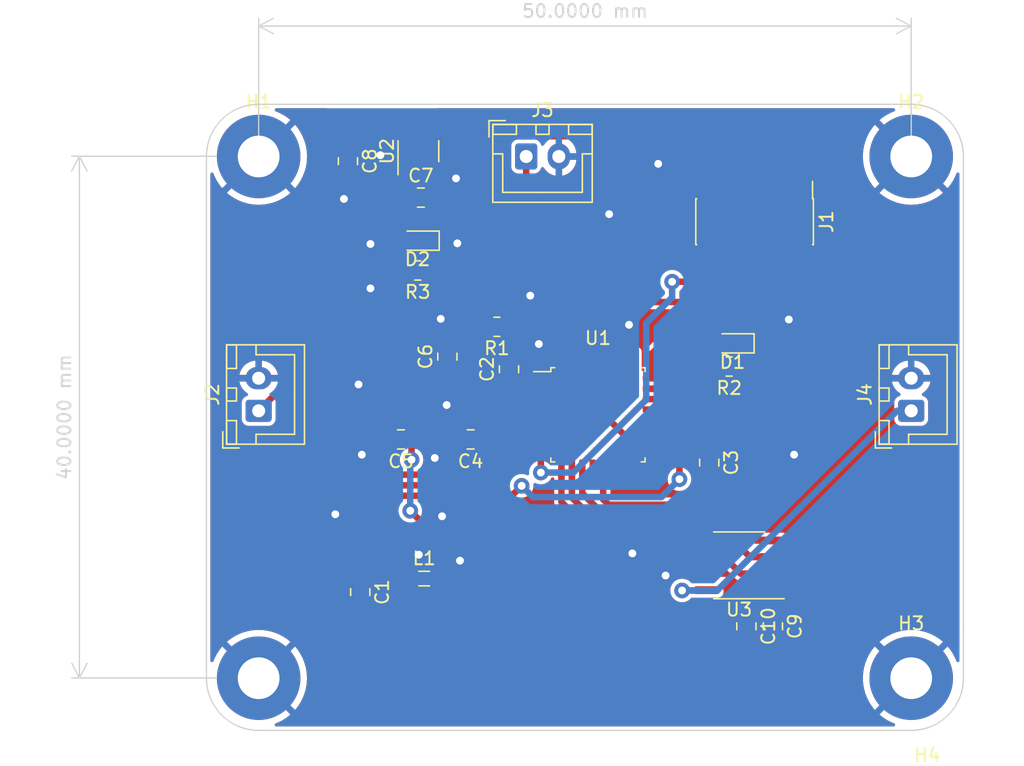
<source format=kicad_pcb>
(kicad_pcb (version 20221018) (generator pcbnew)
  (layers (0 "F.Cu" signal) (31 "B.Cu" signal) (34 "B.Paste" user) (35 "F.Paste" user) (36 "B.SilkS" user "B.Silkscreen") (37 "F.SilkS" user "F.Silkscreen") (38 "B.Mask" user) (39 "F.Mask" user) (44 "Edge.Cuts" user))
  (net 0 "")
  (net 1 "+3.3V")
  (net 2 "GND")
  (net 3 "+3.3VA")
  (net 4 "/NRST")
  (net 5 "+5V")
  (net 6 "Net-(D1-K)")
  (net 7 "/LED_STATUS")
  (net 8 "Net-(D2-K)")
  (net 11 "/SWDIO")
  (net 12 "/SWDCLK")
  (net 16 "/USART2_RX")
  (net 17 "/USART2_TX")
  (net 18 "/ADC_IN1")
  (net 19 "/DAC_OUT")
  (net 20 "Net-(U1-PB9)")
  (net 23 "/DAC_nLDAC")
  (net 24 "/DAC_nCS")
  (net 25 "/SPI1_SCK")
  (net 27 "/SPI1_MOSI")
  (footprint "Package_QFP:LQFP-32_7x7mm_P0.8mm" (layer "F.Cu") (at 136 89.805)
    (fp_text reference "U1" (at 0 -5.88) (layer "F.SilkS"))
    (fp_text value "STM32L021K4Tx")
    (fp_line (start -3.61 -3.61) (end -3.61 -3.31) (stroke (width 0.12)) (layer "F.SilkS"))
    (fp_line (start -3.61 -3.31) (end -4.925 -3.31) (stroke (width 0.12)) (layer "F.SilkS"))
    (fp_line (start -3.61 3.61) (end -3.61 3.31) (stroke (width 0.12)) (layer "F.SilkS"))
    (fp_line (start -3.31 -3.61) (end -3.61 -3.61) (stroke (width 0.12)) (layer "F.SilkS"))
    (fp_line (start -3.31 3.61) (end -3.61 3.61) (stroke (width 0.12)) (layer "F.SilkS"))
    (fp_line (start 3.31 -3.61) (end 3.61 -3.61) (stroke (width 0.12)) (layer "F.SilkS"))
    (fp_line (start 3.31 3.61) (end 3.61 3.61) (stroke (width 0.12)) (layer "F.SilkS"))
    (fp_line (start 3.61 -3.61) (end 3.61 -3.31) (stroke (width 0.12)) (layer "F.SilkS"))
    (fp_line (start 3.61 3.61) (end 3.61 3.31) (stroke (width 0.12)) (layer "F.SilkS"))
    (pad "1" smd roundrect (at -4.175 -2.8) (size 1.5 0.5) (layers "F.Cu" "F.Paste" "F.Mask") (net 1 "+3.3V"))
    (pad "2" smd roundrect (at -4.175 -2) (size 1.5 0.5) (layers "F.Cu" "F.Paste" "F.Mask"))
    (pad "3" smd roundrect (at -4.175 -1.2) (size 1.5 0.5) (layers "F.Cu" "F.Paste" "F.Mask"))
    (pad "4" smd roundrect (at -4.175 -0.4) (size 1.5 0.5) (layers "F.Cu" "F.Paste" "F.Mask") (net 4 "/NRST"))
    (pad "5" smd roundrect (at -4.175 0.4) (size 1.5 0.5) (layers "F.Cu" "F.Paste" "F.Mask") (net 3 "+3.3VA"))
    (pad "6" smd roundrect (at -4.175 1.2) (size 1.5 0.5) (layers "F.Cu" "F.Paste" "F.Mask") (net 16 "/USART2_RX"))
    (pad "7" smd roundrect (at -4.175 2) (size 1.5 0.5) (layers "F.Cu" "F.Paste" "F.Mask") (net 18 "/ADC_IN1"))
    (pad "8" smd roundrect (at -4.175 2.8) (size 1.5 0.5) (layers "F.Cu" "F.Paste" "F.Mask") (net 17 "/USART2_TX"))
    (pad "9" smd roundrect (at -2.8 4.175) (size 0.5 1.5) (layers "F.Cu" "F.Paste" "F.Mask") (net 23 "/DAC_nLDAC"))
    (pad "10" smd roundrect (at -2 4.175) (size 0.5 1.5) (layers "F.Cu" "F.Paste" "F.Mask") (net 24 "/DAC_nCS"))
    (pad "11" smd roundrect (at -1.2 4.175) (size 0.5 1.5) (layers "F.Cu" "F.Paste" "F.Mask") (net 25 "/SPI1_SCK"))
    (pad "12" smd roundrect (at -0.4 4.175) (size 0.5 1.5) (layers "F.Cu" "F.Paste" "F.Mask"))
    (pad "13" smd roundrect (at 0.4 4.175) (size 0.5 1.5) (layers "F.Cu" "F.Paste" "F.Mask") (net 27 "/SPI1_MOSI"))
    (pad "14" smd roundrect (at 1.2 4.175) (size 0.5 1.5) (layers "F.Cu" "F.Paste" "F.Mask"))
    (pad "15" smd roundrect (at 2 4.175) (size 0.5 1.5) (layers "F.Cu" "F.Paste" "F.Mask"))
    (pad "16" smd roundrect (at 2.8 4.175) (size 0.5 1.5) (layers "F.Cu" "F.Paste" "F.Mask") (net 2 "GND"))
    (pad "17" smd roundrect (at 4.175 2.8) (size 1.5 0.5) (layers "F.Cu" "F.Paste" "F.Mask") (net 1 "+3.3V"))
    (pad "18" smd roundrect (at 4.175 2) (size 1.5 0.5) (layers "F.Cu" "F.Paste" "F.Mask") (net 7 "/LED_STATUS"))
    (pad "19" smd roundrect (at 4.175 1.2) (size 1.5 0.5) (layers "F.Cu" "F.Paste" "F.Mask"))
    (pad "20" smd roundrect (at 4.175 0.4) (size 1.5 0.5) (layers "F.Cu" "F.Paste" "F.Mask"))
    (pad "21" smd roundrect (at 4.175 -0.4) (size 1.5 0.5) (layers "F.Cu" "F.Paste" "F.Mask"))
    (pad "22" smd roundrect (at 4.175 -1.2) (size 1.5 0.5) (layers "F.Cu" "F.Paste" "F.Mask"))
    (pad "23" smd roundrect (at 4.175 -2) (size 1.5 0.5) (layers "F.Cu" "F.Paste" "F.Mask") (net 11 "/SWDIO"))
    (pad "24" smd roundrect (at 4.175 -2.8) (size 1.5 0.5) (layers "F.Cu" "F.Paste" "F.Mask") (net 12 "/SWDCLK"))
    (pad "25" smd roundrect (at 2.8 -4.175) (size 0.5 1.5) (layers "F.Cu" "F.Paste" "F.Mask"))
    (pad "26" smd roundrect (at 2 -4.175) (size 0.5 1.5) (layers "F.Cu" "F.Paste" "F.Mask"))
    (pad "27" smd roundrect (at 1.2 -4.175) (size 0.5 1.5) (layers "F.Cu" "F.Paste" "F.Mask"))
    (pad "28" smd roundrect (at 0.4 -4.175) (size 0.5 1.5) (layers "F.Cu" "F.Paste" "F.Mask"))
    (pad "29" smd roundrect (at -0.4 -4.175) (size 0.5 1.5) (layers "F.Cu" "F.Paste" "F.Mask"))
    (pad "30" smd roundrect (at -1.2 -4.175) (size 0.5 1.5) (layers "F.Cu" "F.Paste" "F.Mask"))
    (pad "31" smd roundrect (at -2 -4.175) (size 0.5 1.5) (layers "F.Cu" "F.Paste" "F.Mask") (net 20 "Net-(U1-PB9)"))
    (pad "32" smd roundrect (at -2.8 -4.175) (size 0.5 1.5) (layers "F.Cu" "F.Paste" "F.Mask") (net 2 "GND"))
  )
  (footprint "Capacitor_SMD:C_0805_2012Metric_Pad1.18x1.45mm_HandSolder" (layer "F.Cu") (at 124.46 85.344 90)
    (fp_text reference "C6" (at 0 -1.68 90) (layer "F.SilkS"))
    (fp_text value "100n")
    (fp_line (start -0.261252 -0.735) (end 0.261252 -0.735) (stroke (width 0.12)) (layer "F.SilkS"))
    (fp_line (start -0.261252 0.735) (end 0.261252 0.735) (stroke (width 0.12)) (layer "F.SilkS"))
    (pad "1" smd roundrect (at -1.0375 0 90) (size 1.175 1.45) (layers "F.Cu" "F.Paste" "F.Mask") (roundrect_rratio 0.212766) (net 4 "/NRST"))
    (pad "2" smd roundrect (at 1.0375 0 90) (size 1.175 1.45) (layers "F.Cu" "F.Paste" "F.Mask") (roundrect_rratio 0.212766) (net 2 "GND"))
  )
  (footprint "Capacitor_SMD:C_0805_2012Metric" (layer "F.Cu") (at 122.428 73.152)
    (fp_text reference "C7" (at 0 -1.68) (layer "F.SilkS"))
    (fp_text value "1uF")
    (fp_line (start -0.261252 -0.735) (end 0.261252 -0.735) (stroke (width 0.12)) (layer "F.SilkS"))
    (fp_line (start -0.261252 0.735) (end 0.261252 0.735) (stroke (width 0.12)) (layer "F.SilkS"))
    (pad "1" smd roundrect (at -0.95 0) (size 1 1.45) (layers "F.Cu" "F.Paste" "F.Mask") (net 5 "+5V"))
    (pad "2" smd roundrect (at 0.95 0) (size 1 1.45) (layers "F.Cu" "F.Paste" "F.Mask") (net 2 "GND"))
  )
  (footprint "Capacitor_SMD:C_0805_2012Metric_Pad1.18x1.45mm_HandSolder" (layer "F.Cu") (at 120.904 91.694 180)
    (fp_text reference "C5" (at 0 -1.68) (layer "F.SilkS"))
    (fp_text value "10n")
    (fp_line (start -0.261252 -0.735) (end 0.261252 -0.735) (stroke (width 0.12)) (layer "F.SilkS"))
    (fp_line (start -0.261252 0.735) (end 0.261252 0.735) (stroke (width 0.12)) (layer "F.SilkS"))
    (pad "1" smd roundrect (at -1.0375 0 180) (size 1.175 1.45) (layers "F.Cu" "F.Paste" "F.Mask") (roundrect_rratio 0.212766) (net 3 "+3.3VA"))
    (pad "2" smd roundrect (at 1.0375 0 180) (size 1.175 1.45) (layers "F.Cu" "F.Paste" "F.Mask") (roundrect_rratio 0.212766) (net 2 "GND"))
  )
  (footprint "Capacitor_SMD:C_0805_2012Metric" (layer "F.Cu") (at 147.3708 106.0196 -90)
    (fp_text reference "C10" (at 0 -1.68 -270) (layer "F.SilkS"))
    (fp_text value "10u")
    (fp_line (start -0.261252 -0.735) (end 0.261252 -0.735) (stroke (width 0.12)) (layer "F.SilkS"))
    (fp_line (start -0.261252 0.735) (end 0.261252 0.735) (stroke (width 0.12)) (layer "F.SilkS"))
    (pad "1" smd roundrect (at -0.95 0 270) (size 1 1.45) (layers "F.Cu" "F.Paste" "F.Mask") (net 3 "+3.3VA"))
    (pad "2" smd roundrect (at 0.95 0 270) (size 1 1.45) (layers "F.Cu" "F.Paste" "F.Mask") (net 2 "GND"))
  )
  (footprint "MountingHole:MountingHole_3.2mm_M3_Pad" (layer "F.Cu") (at 160 110)
    (fp_text reference "H3" (at 0 -4.2) (layer "F.SilkS"))
    (fp_text value "MountingHole_Pad" hide)
    (pad "1" thru_hole circle (at 0 0) (size 6.4 6.4) (drill 3.2) (layers "*.Cu" "*.Mask") (net 2 "GND"))
  )
  (footprint "Inductor_SMD:L_0805_2012Metric_Pad1.05x1.20mm_HandSolder" (layer "F.Cu") (at 122.682 102.362)
    (fp_text reference "L1" (at 0 -1.55) (layer "F.SilkS"))
    (fp_text value "39n")
    (fp_line (start -0.410242 -0.56) (end 0.410242 -0.56) (stroke (width 0.12)) (layer "F.SilkS"))
    (fp_line (start -0.410242 0.56) (end 0.410242 0.56) (stroke (width 0.12)) (layer "F.SilkS"))
    (pad "1" smd roundrect (at -1.15 0) (size 1.05 1.2) (layers "F.Cu" "F.Paste" "F.Mask") (roundrect_rratio 0.238095) (net 1 "+3.3V"))
    (pad "2" smd roundrect (at 1.15 0) (size 1.05 1.2) (layers "F.Cu" "F.Paste" "F.Mask") (roundrect_rratio 0.238095) (net 3 "+3.3VA"))
  )
  (footprint "LED_SMD:LED_0603_1608Metric_Pad1.05x0.95mm_HandSolder" (layer "F.Cu") (at 122.174 76.454 180)
    (fp_text reference "D2" (at 0 -1.43) (layer "F.SilkS"))
    (fp_text value "GREEN LED")
    (fp_line (start -1.66 -0.735) (end -1.66 0.735) (stroke (width 0.12)) (layer "F.SilkS"))
    (fp_line (start -1.66 0.735) (end 0.8 0.735) (stroke (width 0.12)) (layer "F.SilkS"))
    (fp_line (start 0.8 -0.735) (end -1.66 -0.735) (stroke (width 0.12)) (layer "F.SilkS"))
    (pad "1" smd roundrect (at -0.875 0 180) (size 1.05 0.95) (layers "F.Cu" "F.Paste" "F.Mask") (net 8 "Net-(D2-K)"))
    (pad "2" smd roundrect (at 0.875 0 180) (size 1.05 0.95) (layers "F.Cu" "F.Paste" "F.Mask") (net 1 "+3.3V"))
  )
  (footprint "Package_TO_SOT_SMD:SOT-23-5" (layer "F.Cu") (at 122.24 69.596 90)
    (fp_text reference "U2" (at 0 -2.4 90) (layer "F.SilkS"))
    (fp_text value "BU33SD5WG-TR")
    (fp_line (start 0 -1.56) (end -1.8 -1.56) (stroke (width 0.12)) (layer "F.SilkS"))
    (fp_line (start 0 -1.56) (end 0.8 -1.56) (stroke (width 0.12)) (layer "F.SilkS"))
    (fp_line (start 0 1.56) (end -0.8 1.56) (stroke (width 0.12)) (layer "F.SilkS"))
    (fp_line (start 0 1.56) (end 0.8 1.56) (stroke (width 0.12)) (layer "F.SilkS"))
    (pad "1" smd roundrect (at -1.1375 -0.95 90) (size 1.325 0.6) (layers "F.Cu" "F.Paste" "F.Mask") (net 5 "+5V"))
    (pad "2" smd roundrect (at -1.1375 0 90) (size 1.325 0.6) (layers "F.Cu" "F.Paste" "F.Mask") (net 2 "GND"))
    (pad "3" smd roundrect (at -1.1375 0.95 90) (size 1.325 0.6) (layers "F.Cu" "F.Paste" "F.Mask") (net 5 "+5V"))
    (pad "4" smd roundrect (at 1.1375 0.95 90) (size 1.325 0.6) (layers "F.Cu" "F.Paste" "F.Mask"))
    (pad "5" smd roundrect (at 1.1375 -0.95 90) (size 1.325 0.6) (layers "F.Cu" "F.Paste" "F.Mask") (net 1 "+3.3V"))
  )
  (footprint "MountingHole:MountingHole_3.2mm_M3_Pad" (layer "F.Cu") (at 110 70)
    (fp_text reference "H1" (at 0 -4.2) (layer "F.SilkS"))
    (fp_text value "MountingHole_Pad")
    (pad "1" thru_hole circle (at 0 0) (size 6.4 6.4) (drill 3.2) (layers "*.Cu" "*.Mask") (net 2 "GND"))
  )
  (footprint "Capacitor_SMD:C_0805_2012Metric_Pad1.18x1.45mm_HandSolder" (layer "F.Cu") (at 129.1844 86.3092 90)
    (fp_text reference "C2" (at 0 -1.68 90) (layer "F.SilkS"))
    (fp_text value "100n")
    (fp_line (start -0.261252 -0.735) (end 0.261252 -0.735) (stroke (width 0.12)) (layer "F.SilkS"))
    (fp_line (start -0.261252 0.735) (end 0.261252 0.735) (stroke (width 0.12)) (layer "F.SilkS"))
    (pad "1" smd roundrect (at -1.0375 0 90) (size 1.175 1.45) (layers "F.Cu" "F.Paste" "F.Mask") (roundrect_rratio 0.212766) (net 1 "+3.3V"))
    (pad "2" smd roundrect (at 1.0375 0 90) (size 1.175 1.45) (layers "F.Cu" "F.Paste" "F.Mask") (roundrect_rratio 0.212766) (net 2 "GND"))
  )
  (footprint "Connector_JST:JST_XH_B2B-XH-A_1x02_P2.50mm_Vertical" (layer "F.Cu") (at 110 89.5 90)
    (fp_text reference "J2" (at 1.25 -3.55 90) (layer "F.SilkS"))
    (fp_text value "Conn_01x02")
    (fp_line (start -2.85 -2.75) (end -2.85 -1.5) (stroke (width 0.12)) (layer "F.SilkS"))
    (fp_line (start -2.56 -2.46) (end -2.56 3.51) (stroke (width 0.12)) (layer "F.SilkS"))
    (fp_line (start -2.56 3.51) (end 5.06 3.51) (stroke (width 0.12)) (layer "F.SilkS"))
    (fp_line (start -2.55 -2.45) (end -2.55 -1.7) (stroke (width 0.12)) (layer "F.SilkS"))
    (fp_line (start -2.55 -1.7) (end -0.75 -1.7) (stroke (width 0.12)) (layer "F.SilkS"))
    (fp_line (start -2.55 -0.2) (end -1.8 -0.2) (stroke (width 0.12)) (layer "F.SilkS"))
    (fp_line (start -1.8 -0.2) (end -1.8 2.75) (stroke (width 0.12)) (layer "F.SilkS"))
    (fp_line (start -1.8 2.75) (end 1.25 2.75) (stroke (width 0.12)) (layer "F.SilkS"))
    (fp_line (start -1.6 -2.75) (end -2.85 -2.75) (stroke (width 0.12)) (layer "F.SilkS"))
    (fp_line (start -0.75 -2.45) (end -2.55 -2.45) (stroke (width 0.12)) (layer "F.SilkS"))
    (fp_line (start -0.75 -1.7) (end -0.75 -2.45) (stroke (width 0.12)) (layer "F.SilkS"))
    (fp_line (start 0.75 -2.45) (end 0.75 -1.7) (stroke (width 0.12)) (layer "F.SilkS"))
    (fp_line (start 0.75 -1.7) (end 1.75 -1.7) (stroke (width 0.12)) (layer "F.SilkS"))
    (fp_line (start 1.75 -2.45) (end 0.75 -2.45) (stroke (width 0.12)) (layer "F.SilkS"))
    (fp_line (start 1.75 -1.7) (end 1.75 -2.45) (stroke (width 0.12)) (layer "F.SilkS"))
    (fp_line (start 3.25 -2.45) (end 3.25 -1.7) (stroke (width 0.12)) (layer "F.SilkS"))
    (fp_line (start 3.25 -1.7) (end 5.05 -1.7) (stroke (width 0.12)) (layer "F.SilkS"))
    (fp_line (start 4.3 -0.2) (end 4.3 2.75) (stroke (width 0.12)) (layer "F.SilkS"))
    (fp_line (start 4.3 2.75) (end 1.25 2.75) (stroke (width 0.12)) (layer "F.SilkS"))
    (fp_line (start 5.05 -2.45) (end 3.25 -2.45) (stroke (width 0.12)) (layer "F.SilkS"))
    (fp_line (start 5.05 -1.7) (end 5.05 -2.45) (stroke (width 0.12)) (layer "F.SilkS"))
    (fp_line (start 5.05 -0.2) (end 4.3 -0.2) (stroke (width 0.12)) (layer "F.SilkS"))
    (fp_line (start 5.06 -2.46) (end -2.56 -2.46) (stroke (width 0.12)) (layer "F.SilkS"))
    (fp_line (start 5.06 3.51) (end 5.06 -2.46) (stroke (width 0.12)) (layer "F.SilkS"))
    (pad "1" thru_hole roundrect (at 0 0 90) (size 1.7 2) (drill 1) (layers "*.Cu" "*.Mask") (roundrect_rratio 0.147059) (net 5 "+5V"))
    (pad "2" thru_hole oval (at 2.5 0 90) (size 1.7 2) (drill 1) (layers "*.Cu" "*.Mask") (net 2 "GND"))
  )
  (footprint "Capacitor_SMD:C_0805_2012Metric_Pad1.18x1.45mm_HandSolder" (layer "F.Cu") (at 126.238 91.694 180)
    (fp_text reference "C4" (at 0 -1.68) (layer "F.SilkS"))
    (fp_text value "1u")
    (fp_line (start -0.261252 -0.735) (end 0.261252 -0.735) (stroke (width 0.12)) (layer "F.SilkS"))
    (fp_line (start -0.261252 0.735) (end 0.261252 0.735) (stroke (width 0.12)) (layer "F.SilkS"))
    (pad "1" smd roundrect (at -1.0375 0 180) (size 1.175 1.45) (layers "F.Cu" "F.Paste" "F.Mask") (roundrect_rratio 0.212766) (net 3 "+3.3VA"))
    (pad "2" smd roundrect (at 1.0375 0 180) (size 1.175 1.45) (layers "F.Cu" "F.Paste" "F.Mask") (roundrect_rratio 0.212766) (net 2 "GND"))
  )
  (footprint "Resistor_SMD:R_0805_2012Metric_Pad1.20x1.40mm_HandSolder" (layer "F.Cu") (at 146.05 86.106 180)
    (fp_text reference "R2" (at 0 -1.65) (layer "F.SilkS"))
    (fp_text value "1k")
    (fp_line (start -0.227064 -0.735) (end 0.227064 -0.735) (stroke (width 0.12)) (layer "F.SilkS"))
    (fp_line (start -0.227064 0.735) (end 0.227064 0.735) (stroke (width 0.12)) (layer "F.SilkS"))
    (pad "1" smd roundrect (at -1 0 180) (size 1.2 1.4) (layers "F.Cu" "F.Paste" "F.Mask") (roundrect_rratio 0.208333) (net 6 "Net-(D1-K)"))
    (pad "2" smd roundrect (at 1 0 180) (size 1.2 1.4) (layers "F.Cu" "F.Paste" "F.Mask") (roundrect_rratio 0.208333) (net 2 "GND"))
  )
  (footprint "Package_SO:SOIC-8_3.9x4.9mm_P1.27mm" (layer "F.Cu") (at 146.812 101.346 180)
    (fp_text reference "U3" (at 0 -3.4) (layer "F.SilkS"))
    (fp_text value "MCP4801")
    (fp_line (start 0 -2.56) (end -3.45 -2.56) (stroke (width 0.12)) (layer "F.SilkS"))
    (fp_line (start 0 -2.56) (end 1.95 -2.56) (stroke (width 0.12)) (layer "F.SilkS"))
    (fp_line (start 0 2.56) (end -1.95 2.56) (stroke (width 0.12)) (layer "F.SilkS"))
    (fp_line (start 0 2.56) (end 1.95 2.56) (stroke (width 0.12)) (layer "F.SilkS"))
    (pad "1" smd roundrect (at -2.475 -1.905 180) (size 1.95 0.6) (layers "F.Cu" "F.Paste" "F.Mask") (net 3 "+3.3VA"))
    (pad "2" smd roundrect (at -2.475 -0.635 180) (size 1.95 0.6) (layers "F.Cu" "F.Paste" "F.Mask") (net 24 "/DAC_nCS"))
    (pad "3" smd roundrect (at -2.475 0.635 180) (size 1.95 0.6) (layers "F.Cu" "F.Paste" "F.Mask") (net 25 "/SPI1_SCK"))
    (pad "4" smd roundrect (at -2.475 1.905 180) (size 1.95 0.6) (layers "F.Cu" "F.Paste" "F.Mask") (net 27 "/SPI1_MOSI"))
    (pad "5" smd roundrect (at 2.475 1.905 180) (size 1.95 0.6) (layers "F.Cu" "F.Paste" "F.Mask") (net 23 "/DAC_nLDAC"))
    (pad "6" smd roundrect (at 2.475 0.635 180) (size 1.95 0.6) (layers "F.Cu" "F.Paste" "F.Mask") (net 3 "+3.3VA"))
    (pad "7" smd roundrect (at 2.475 -0.635 180) (size 1.95 0.6) (layers "F.Cu" "F.Paste" "F.Mask") (net 2 "GND"))
    (pad "8" smd roundrect (at 2.475 -1.905 180) (size 1.95 0.6) (layers "F.Cu" "F.Paste" "F.Mask") (net 19 "/DAC_OUT"))
  )
  (footprint "MountingHole:MountingHole_3.2mm_M3_Pad" (layer "F.Cu") (at 110 110)
    (fp_text reference "H4" (at 51.225 5.9) (layer "F.SilkS"))
    (fp_text value "MountingHole_Pad")
    (pad "1" thru_hole circle (at 0 0) (size 6.4 6.4) (drill 3.2) (layers "*.Cu" "*.Mask") (net 2 "GND"))
  )
  (footprint "LED_SMD:LED_0603_1608Metric_Pad1.05x0.95mm_HandSolder" (layer "F.Cu") (at 146.304 84.328 180)
    (fp_text reference "D1" (at 0 -1.43) (layer "F.SilkS"))
    (fp_text value "LED_Small")
    (fp_line (start -1.66 -0.735) (end -1.66 0.735) (stroke (width 0.12)) (layer "F.SilkS"))
    (fp_line (start -1.66 0.735) (end 0.8 0.735) (stroke (width 0.12)) (layer "F.SilkS"))
    (fp_line (start 0.8 -0.735) (end -1.66 -0.735) (stroke (width 0.12)) (layer "F.SilkS"))
    (pad "1" smd roundrect (at -0.875 0 180) (size 1.05 0.95) (layers "F.Cu" "F.Paste" "F.Mask") (net 6 "Net-(D1-K)"))
    (pad "2" smd roundrect (at 0.875 0 180) (size 1.05 0.95) (layers "F.Cu" "F.Paste" "F.Mask") (net 7 "/LED_STATUS"))
  )
  (footprint "MountingHole:MountingHole_3.2mm_M3_Pad" (layer "F.Cu") (at 160 70)
    (fp_text reference "H2" (at 0 -4.2) (layer "F.SilkS"))
    (fp_text value "MountingHole_Pad")
    (pad "1" thru_hole circle (at 0 0) (size 6.4 6.4) (drill 3.2) (layers "*.Cu" "*.Mask") (net 2 "GND"))
  )
  (footprint "Connector_JST:JST_XH_B2B-XH-A_1x02_P2.50mm_Vertical" (layer "F.Cu") (at 130.5 70)
    (fp_text reference "J3" (at 1.25 -3.55) (layer "F.SilkS"))
    (fp_text value "Conn_01x02")
    (fp_line (start -2.85 -2.75) (end -2.85 -1.5) (stroke (width 0.12)) (layer "F.SilkS"))
    (fp_line (start -2.56 -2.46) (end -2.56 3.51) (stroke (width 0.12)) (layer "F.SilkS"))
    (fp_line (start -2.56 3.51) (end 5.06 3.51) (stroke (width 0.12)) (layer "F.SilkS"))
    (fp_line (start -2.55 -2.45) (end -2.55 -1.7) (stroke (width 0.12)) (layer "F.SilkS"))
    (fp_line (start -2.55 -1.7) (end -0.75 -1.7) (stroke (width 0.12)) (layer "F.SilkS"))
    (fp_line (start -2.55 -0.2) (end -1.8 -0.2) (stroke (width 0.12)) (layer "F.SilkS"))
    (fp_line (start -1.8 -0.2) (end -1.8 2.75) (stroke (width 0.12)) (layer "F.SilkS"))
    (fp_line (start -1.8 2.75) (end 1.25 2.75) (stroke (width 0.12)) (layer "F.SilkS"))
    (fp_line (start -1.6 -2.75) (end -2.85 -2.75) (stroke (width 0.12)) (layer "F.SilkS"))
    (fp_line (start -0.75 -2.45) (end -2.55 -2.45) (stroke (width 0.12)) (layer "F.SilkS"))
    (fp_line (start -0.75 -1.7) (end -0.75 -2.45) (stroke (width 0.12)) (layer "F.SilkS"))
    (fp_line (start 0.75 -2.45) (end 0.75 -1.7) (stroke (width 0.12)) (layer "F.SilkS"))
    (fp_line (start 0.75 -1.7) (end 1.75 -1.7) (stroke (width 0.12)) (layer "F.SilkS"))
    (fp_line (start 1.75 -2.45) (end 0.75 -2.45) (stroke (width 0.12)) (layer "F.SilkS"))
    (fp_line (start 1.75 -1.7) (end 1.75 -2.45) (stroke (width 0.12)) (layer "F.SilkS"))
    (fp_line (start 3.25 -2.45) (end 3.25 -1.7) (stroke (width 0.12)) (layer "F.SilkS"))
    (fp_line (start 3.25 -1.7) (end 5.05 -1.7) (stroke (width 0.12)) (layer "F.SilkS"))
    (fp_line (start 4.3 -0.2) (end 4.3 2.75) (stroke (width 0.12)) (layer "F.SilkS"))
    (fp_line (start 4.3 2.75) (end 1.25 2.75) (stroke (width 0.12)) (layer "F.SilkS"))
    (fp_line (start 5.05 -2.45) (end 3.25 -2.45) (stroke (width 0.12)) (layer "F.SilkS"))
    (fp_line (start 5.05 -1.7) (end 5.05 -2.45) (stroke (width 0.12)) (layer "F.SilkS"))
    (fp_line (start 5.05 -0.2) (end 4.3 -0.2) (stroke (width 0.12)) (layer "F.SilkS"))
    (fp_line (start 5.06 -2.46) (end -2.56 -2.46) (stroke (width 0.12)) (layer "F.SilkS"))
    (fp_line (start 5.06 3.51) (end 5.06 -2.46) (stroke (width 0.12)) (layer "F.SilkS"))
    (pad "1" thru_hole roundrect (at 0 0) (size 1.7 2) (drill 1) (layers "*.Cu" "*.Mask") (roundrect_rratio 0.147059) (net 18 "/ADC_IN1"))
    (pad "2" thru_hole oval (at 2.5 0) (size 1.7 2) (drill 1) (layers "*.Cu" "*.Mask") (net 2 "GND"))
  )
  (footprint "Capacitor_SMD:C_0805_2012Metric_Pad1.18x1.45mm_HandSolder" (layer "F.Cu") (at 117.784 103.3995 -90)
    (fp_text reference "C1" (at 0 -1.68 90) (layer "F.SilkS"))
    (fp_text value "4u7")
    (fp_line (start -0.261252 -0.735) (end 0.261252 -0.735) (stroke (width 0.12)) (layer "F.SilkS"))
    (fp_line (start -0.261252 0.735) (end 0.261252 0.735) (stroke (width 0.12)) (layer "F.SilkS"))
    (pad "1" smd roundrect (at -1.0375 0 270) (size 1.175 1.45) (layers "F.Cu" "F.Paste" "F.Mask") (roundrect_rratio 0.212766) (net 1 "+3.3V"))
    (pad "2" smd roundrect (at 1.0375 0 270) (size 1.175 1.45) (layers "F.Cu" "F.Paste" "F.Mask") (roundrect_rratio 0.212766) (net 2 "GND"))
  )
  (footprint "Connector_PinHeader_1.27mm:PinHeader_2x07_P1.27mm_Vertical_SMD" (layer "F.Cu") (at 148 75 -90)
    (fp_text reference "J1" (at 0 -5.505 -90) (layer "F.SilkS"))
    (fp_text value "Conn_02x07_Odd_Even")
    (fp_line (start -3.09 -4.44) (end -1.765 -4.44) (stroke (width 0.12)) (layer "F.SilkS"))
    (fp_line (start -1.765 -4.505) (end -1.765 -4.44) (stroke (width 0.12)) (layer "F.SilkS"))
    (fp_line (start -1.765 -4.505) (end 1.765 -4.505) (stroke (width 0.12)) (layer "F.SilkS"))
    (fp_line (start -1.765 4.44) (end -1.765 4.505) (stroke (width 0.12)) (layer "F.SilkS"))
    (fp_line (start -1.765 4.505) (end 1.765 4.505) (stroke (width 0.12)) (layer "F.SilkS"))
    (fp_line (start 1.765 -4.505) (end 1.765 -4.44) (stroke (width 0.12)) (layer "F.SilkS"))
    (fp_line (start 1.765 4.44) (end 1.765 4.505) (stroke (width 0.12)) (layer "F.SilkS"))
    (pad "1" smd rect (at -1.95 -3.81 270) (size 2.4 0.74) (layers "F.Cu" "F.Paste" "F.Mask"))
    (pad "2" smd rect (at 1.95 -3.81 270) (size 2.4 0.74) (layers "F.Cu" "F.Paste" "F.Mask"))
    (pad "3" smd rect (at -1.95 -2.54 270) (size 2.4 0.74) (layers "F.Cu" "F.Paste" "F.Mask") (net 1 "+3.3V"))
    (pad "4" smd rect (at 1.95 -2.54 270) (size 2.4 0.74) (layers "F.Cu" "F.Paste" "F.Mask") (net 11 "/SWDIO"))
    (pad "5" smd rect (at -1.95 -1.27 270) (size 2.4 0.74) (layers "F.Cu" "F.Paste" "F.Mask") (net 2 "GND"))
    (pad "6" smd rect (at 1.95 -1.27 270) (size 2.4 0.74) (layers "F.Cu" "F.Paste" "F.Mask") (net 12 "/SWDCLK"))
    (pad "7" smd rect (at -1.95 0 270) (size 2.4 0.74) (layers "F.Cu" "F.Paste" "F.Mask") (net 2 "GND"))
    (pad "8" smd rect (at 1.95 0 270) (size 2.4 0.74) (layers "F.Cu" "F.Paste" "F.Mask"))
    (pad "9" smd rect (at -1.95 1.27 270) (size 2.4 0.74) (layers "F.Cu" "F.Paste" "F.Mask"))
    (pad "10" smd rect (at 1.95 1.27 270) (size 2.4 0.74) (layers "F.Cu" "F.Paste" "F.Mask"))
    (pad "11" smd rect (at -1.95 2.54 270) (size 2.4 0.74) (layers "F.Cu" "F.Paste" "F.Mask") (net 2 "GND"))
    (pad "12" smd rect (at 1.95 2.54 270) (size 2.4 0.74) (layers "F.Cu" "F.Paste" "F.Mask") (net 4 "/NRST"))
    (pad "13" smd rect (at -1.95 3.81 270) (size 2.4 0.74) (layers "F.Cu" "F.Paste" "F.Mask") (net 16 "/USART2_RX"))
    (pad "14" smd rect (at 1.95 3.81 270) (size 2.4 0.74) (layers "F.Cu" "F.Paste" "F.Mask") (net 17 "/USART2_TX"))
  )
  (footprint "Capacitor_SMD:C_0805_2012Metric" (layer "F.Cu") (at 116.84 70.358 -90)
    (fp_text reference "C8" (at 0 -1.68 90) (layer "F.SilkS"))
    (fp_text value "1uF")
    (fp_line (start -0.261252 -0.735) (end 0.261252 -0.735) (stroke (width 0.12)) (layer "F.SilkS"))
    (fp_line (start -0.261252 0.735) (end 0.261252 0.735) (stroke (width 0.12)) (layer "F.SilkS"))
    (pad "1" smd roundrect (at -0.95 0 270) (size 1 1.45) (layers "F.Cu" "F.Paste" "F.Mask") (net 1 "+3.3V"))
    (pad "2" smd roundrect (at 0.95 0 270) (size 1 1.45) (layers "F.Cu" "F.Paste" "F.Mask") (net 2 "GND"))
  )
  (footprint "Connector_JST:JST_XH_B2B-XH-A_1x02_P2.50mm_Vertical" (layer "F.Cu") (at 160 89.5 90)
    (fp_text reference "J4" (at 1.25 -3.55 90) (layer "F.SilkS"))
    (fp_text value "Conn_01x02")
    (fp_line (start -2.85 -2.75) (end -2.85 -1.5) (stroke (width 0.12)) (layer "F.SilkS"))
    (fp_line (start -2.56 -2.46) (end -2.56 3.51) (stroke (width 0.12)) (layer "F.SilkS"))
    (fp_line (start -2.56 3.51) (end 5.06 3.51) (stroke (width 0.12)) (layer "F.SilkS"))
    (fp_line (start -2.55 -2.45) (end -2.55 -1.7) (stroke (width 0.12)) (layer "F.SilkS"))
    (fp_line (start -2.55 -1.7) (end -0.75 -1.7) (stroke (width 0.12)) (layer "F.SilkS"))
    (fp_line (start -2.55 -0.2) (end -1.8 -0.2) (stroke (width 0.12)) (layer "F.SilkS"))
    (fp_line (start -1.8 -0.2) (end -1.8 2.75) (stroke (width 0.12)) (layer "F.SilkS"))
    (fp_line (start -1.8 2.75) (end 1.25 2.75) (stroke (width 0.12)) (layer "F.SilkS"))
    (fp_line (start -1.6 -2.75) (end -2.85 -2.75) (stroke (width 0.12)) (layer "F.SilkS"))
    (fp_line (start -0.75 -2.45) (end -2.55 -2.45) (stroke (width 0.12)) (layer "F.SilkS"))
    (fp_line (start -0.75 -1.7) (end -0.75 -2.45) (stroke (width 0.12)) (layer "F.SilkS"))
    (fp_line (start 0.75 -2.45) (end 0.75 -1.7) (stroke (width 0.12)) (layer "F.SilkS"))
    (fp_line (start 0.75 -1.7) (end 1.75 -1.7) (stroke (width 0.12)) (layer "F.SilkS"))
    (fp_line (start 1.75 -2.45) (end 0.75 -2.45) (stroke (width 0.12)) (layer "F.SilkS"))
    (fp_line (start 1.75 -1.7) (end 1.75 -2.45) (stroke (width 0.12)) (layer "F.SilkS"))
    (fp_line (start 3.25 -2.45) (end 3.25 -1.7) (stroke (width 0.12)) (layer "F.SilkS"))
    (fp_line (start 3.25 -1.7) (end 5.05 -1.7) (stroke (width 0.12)) (layer "F.SilkS"))
    (fp_line (start 4.3 -0.2) (end 4.3 2.75) (stroke (width 0.12)) (layer "F.SilkS"))
    (fp_line (start 4.3 2.75) (end 1.25 2.75) (stroke (width 0.12)) (layer "F.SilkS"))
    (fp_line (start 5.05 -2.45) (end 3.25 -2.45) (stroke (width 0.12)) (layer "F.SilkS"))
    (fp_line (start 5.05 -1.7) (end 5.05 -2.45) (stroke (width 0.12)) (layer "F.SilkS"))
    (fp_line (start 5.05 -0.2) (end 4.3 -0.2) (stroke (width 0.12)) (layer "F.SilkS"))
    (fp_line (start 5.06 -2.46) (end -2.56 -2.46) (stroke (width 0.12)) (layer "F.SilkS"))
    (fp_line (start 5.06 3.51) (end 5.06 -2.46) (stroke (width 0.12)) (layer "F.SilkS"))
    (pad "1" thru_hole roundrect (at 0 0 90) (size 1.7 2) (drill 1) (layers "*.Cu" "*.Mask") (roundrect_rratio 0.147059) (net 19 "/DAC_OUT"))
    (pad "2" thru_hole oval (at 2.5 0 90) (size 1.7 2) (drill 1) (layers "*.Cu" "*.Mask") (net 2 "GND"))
  )
  (footprint "Capacitor_SMD:C_0805_2012Metric_Pad1.18x1.45mm_HandSolder" (layer "F.Cu") (at 149.4028 106.0196 -90)
    (fp_text reference "C9" (at 0 -1.68 -270) (layer "F.SilkS"))
    (fp_text value "100n")
    (fp_line (start -0.261252 -0.735) (end 0.261252 -0.735) (stroke (width 0.12)) (layer "F.SilkS"))
    (fp_line (start -0.261252 0.735) (end 0.261252 0.735) (stroke (width 0.12)) (layer "F.SilkS"))
    (pad "1" smd roundrect (at -1.0375 0 270) (size 1.175 1.45) (layers "F.Cu" "F.Paste" "F.Mask") (roundrect_rratio 0.212766) (net 3 "+3.3VA"))
    (pad "2" smd roundrect (at 1.0375 0 270) (size 1.175 1.45) (layers "F.Cu" "F.Paste" "F.Mask") (roundrect_rratio 0.212766) (net 2 "GND"))
  )
  (footprint "Capacitor_SMD:C_0805_2012Metric_Pad1.18x1.45mm_HandSolder" (layer "F.Cu") (at 144.526 93.472 -90)
    (fp_text reference "C3" (at 0 -1.68 90) (layer "F.SilkS"))
    (fp_text value "100n")
    (fp_line (start -0.261252 -0.735) (end 0.261252 -0.735) (stroke (width 0.12)) (layer "F.SilkS"))
    (fp_line (start -0.261252 0.735) (end 0.261252 0.735) (stroke (width 0.12)) (layer "F.SilkS"))
    (pad "1" smd roundrect (at -1.0375 0 270) (size 1.175 1.45) (layers "F.Cu" "F.Paste" "F.Mask") (roundrect_rratio 0.212766) (net 1 "+3.3V"))
    (pad "2" smd roundrect (at 1.0375 0 270) (size 1.175 1.45) (layers "F.Cu" "F.Paste" "F.Mask") (roundrect_rratio 0.212766) (net 2 "GND"))
  )
  (footprint "Resistor_SMD:R_0805_2012Metric_Pad1.20x1.40mm_HandSolder" (layer "F.Cu") (at 122.19 78.74 180)
    (fp_text reference "R3" (at 0 -1.65) (layer "F.SilkS"))
    (fp_text value "1k")
    (fp_line (start -0.227064 -0.735) (end 0.227064 -0.735) (stroke (width 0.12)) (layer "F.SilkS"))
    (fp_line (start -0.227064 0.735) (end 0.227064 0.735) (stroke (width 0.12)) (layer "F.SilkS"))
    (pad "1" smd roundrect (at -1 0 180) (size 1.2 1.4) (layers "F.Cu" "F.Paste" "F.Mask") (roundrect_rratio 0.208333) (net 8 "Net-(D2-K)"))
    (pad "2" smd roundrect (at 1 0 180) (size 1.2 1.4) (layers "F.Cu" "F.Paste" "F.Mask") (roundrect_rratio 0.208333) (net 2 "GND"))
  )
  (footprint "Resistor_SMD:R_0805_2012Metric_Pad1.20x1.40mm_HandSolder" (layer "F.Cu") (at 128.254 83.058 180)
    (fp_text reference "R1" (at 0 -1.65) (layer "F.SilkS"))
    (fp_text value "100k")
    (fp_line (start -0.227064 -0.735) (end 0.227064 -0.735) (stroke (width 0.12)) (layer "F.SilkS"))
    (fp_line (start -0.227064 0.735) (end 0.227064 0.735) (stroke (width 0.12)) (layer "F.SilkS"))
    (pad "1" smd roundrect (at -1 0 180) (size 1.2 1.4) (layers "F.Cu" "F.Paste" "F.Mask") (roundrect_rratio 0.208333) (net 20 "Net-(U1-PB9)"))
    (pad "2" smd roundrect (at 1 0 180) (size 1.2 1.4) (layers "F.Cu" "F.Paste" "F.Mask") (roundrect_rratio 0.208333) (net 2 "GND"))
  )
  (gr_arc (start 110 114) (mid 107.171573 112.828427) (end 106 110) (stroke (width 0.1)) (layer "Edge.Cuts"))
  (gr_line (start 156 66) (end 114 66) (stroke (width 0.1)) (layer "Edge.Cuts"))
  (gr_arc (start 106 70) (mid 107.171573 67.171573) (end 110 66) (stroke (width 0.1)) (layer "Edge.Cuts"))
  (gr_line (start 106 74) (end 106 70) (stroke (width 0.1)) (layer "Edge.Cuts"))
  (gr_line (start 114 114) (end 156 114) (stroke (width 0.1)) (layer "Edge.Cuts"))
  (gr_line (start 164 106) (end 164 74) (stroke (width 0.1)) (layer "Edge.Cuts"))
  (gr_line (start 160 114) (end 156 114) (stroke (width 0.1)) (layer "Edge.Cuts"))
  (gr_line (start 164 70) (end 164 74) (stroke (width 0.1)) (layer "Edge.Cuts"))
  (gr_line (start 110 66) (end 114 66) (stroke (width 0.1)) (layer "Edge.Cuts"))
  (gr_arc (start 160 66) (mid 162.828427 67.171573) (end 164 70) (stroke (width 0.1)) (layer "Edge.Cuts"))
  (gr_arc (start 164 110) (mid 162.828427 112.828427) (end 160 114) (stroke (width 0.1)) (layer "Edge.Cuts"))
  (gr_line (start 156 66) (end 160 66) (stroke (width 0.1)) (layer "Edge.Cuts"))
  (gr_line (start 114 114) (end 110 114) (stroke (width 0.1)) (layer "Edge.Cuts"))
  (gr_line (start 106 74) (end 106 106) (stroke (width 0.1)) (layer "Edge.Cuts"))
  (gr_line (start 106 110) (end 106 106) (stroke (width 0.1)) (layer "Edge.Cuts"))
  (gr_line (start 164 106) (end 164 110) (stroke (width 0.1)) (layer "Edge.Cuts"))
  (gr_text "TT.BP" (at 131.0132 109.728) (layer "F.Cu") (effects (font (size 1.5 1.5) (thickness 0.3) bold) (justify left bottom)))
  (dimension (type aligned) (layer "Edge.Cuts") (pts (xy 107.266 69.982) (xy 107.266 109.982)) (height 11) (gr_text "40.0000 mm" (at 95.116 89.982 90) (layer "Edge.Cuts") (effects (font (size 1 1) (thickness 0.15)))) (format (prefix "") (suffix "") (units 3) (units_format 1) (precision 4)) (style (thickness 0.1) (arrow_length 1.27) (text_position_mode 0) (extension_height 0.58642) (extension_offset 0.5) keep_text_aligned))
  (dimension (type aligned) (layer "Edge.Cuts") (pts (xy 110 70) (xy 160 70)) (height -10) (gr_text "50.0000 mm" (at 135 58.85) (layer "Edge.Cuts") (effects (font (size 1 1) (thickness 0.15)))) (format (prefix "") (suffix "") (units 3) (units_format 1) (precision 4)) (style (thickness 0.1) (arrow_length 1.27) (text_position_mode 0) (extension_height 0.58642) (extension_offset 0.5) keep_text_aligned))
  (segment (start 121.532 102.362) (end 117.784 102.362) (width 0.5) (layer "F.Cu") (net 1))
  (segment (start 115.786 67.856) (end 118.872 67.856) (width 0.5) (layer "F.Cu") (net 1))
  (segment (start 129.5261 87.005) (end 129.1844 87.3467) (width 0.5) (layer "F.Cu") (net 1))
  (segment (start 131.825 87.005) (end 129.5261 87.005) (width 0.5) (layer "F.Cu") (net 1))
  (segment (start 147.64 68.45) (end 127.49937 68.45) (width 0.5) (layer "F.Cu") (net 1))
  (segment (start 115.90137 74.676) (end 115.1 73.87463) (width 0.5) (layer "F.Cu") (net 1))
  (segment (start 116.586 102.362) (end 117.784 102.362) (width 0.5) (layer "F.Cu") (net 1))
  (segment (start 126.5428 69.40657) (end 126.5428 72.4916) (width 0.5) (layer "F.Cu") (net 1))
  (segment (start 121.224 76.379) (end 121.299 76.454) (width 0.5) (layer "F.Cu") (net 1))
  (segment (start 115.1 73.87463) (end 115.1 68.542) (width 0.5) (layer "F.Cu") (net 1))
  (segment (start 114.549 97.282) (end 114.549 100.325) (width 0.5) (layer "F.Cu") (net 1))
  (segment (start 114.549 86.08237) (end 116.586 84.045371) (width 0.5) (layer "F.Cu") (net 1))
  (segment (start 116.586 84.045371) (end 116.586 76.114702) (width 0.5) (layer "F.Cu") (net 1))
  (segment (start 114.549 100.325) (end 116.586 102.362) (width 0.5) (layer "F.Cu") (net 1))
  (segment (start 124.3584 74.676) (end 121.224 74.676) (width 0.5) (layer "F.Cu") (net 1))
  (segment (start 118.024702 74.676) (end 115.90137 74.676) (width 0.5) (layer "F.Cu") (net 1))
  (segment (start 141.7975 92.4345) (end 141.627 92.605) (width 0.5) (layer "F.Cu") (net 1))
  (segment (start 126.5428 72.4916) (end 124.3584 74.676) (width 0.5) (layer "F.Cu") (net 1))
  (segment (start 142.24 94.742) (end 142.24 93.218) (width 0.5) (layer "F.Cu") (net 1))
  (segment (start 120.6875 67.856) (end 121.29 68.4585) (width 0.5) (layer "F.Cu") (net 1))
  (segment (start 133.666942 87.005) (end 131.825 87.005) (width 0.5) (layer "F.Cu") (net 1))
  (segment (start 118.872 67.856) (end 120.6875 67.856) (width 0.5) (layer "F.Cu") (net 1))
  (segment (start 116.84 69.408) (end 118.392 67.856) (width 0.5) (layer "F.Cu") (net 1))
  (segment (start 139.266942 92.605) (end 133.666942 87.005) (width 0.5) (layer "F.Cu") (net 1))
  (segment (start 130.1496 95.25) (end 129.3876 96.012) (width 0.5) (layer "F.Cu") (net 1))
  (segment (start 115.1 68.542) (end 115.786 67.856) (width 0.5) (layer "F.Cu") (net 1))
  (segment (start 140.175 92.605) (end 139.266942 92.605) (width 0.5) (layer "F.Cu") (net 1))
  (segment (start 127.49937 68.45) (end 126.5428 69.40657) (width 0.5) (layer "F.Cu") (net 1))
  (segment (start 114.549 97.282) (end 114.549 86.08237) (width 0.5) (layer "F.Cu") (net 1))
  (segment (start 118.392 67.856) (end 118.872 67.856) (width 0.5) (layer "F.Cu") (net 1))
  (segment (start 150.54 71.35) (end 147.64 68.45) (width 0.5) (layer "F.Cu") (net 1))
  (segment (start 141.627 92.605) (end 140.175 92.605) (width 0.5) (layer "F.Cu") (net 1))
  (segment (start 121.224 74.676) (end 121.224 76.379) (width 0.5) (layer "F.Cu") (net 1))
  (segment (start 144.526 92.4345) (end 141.7975 92.4345) (width 0.5) (layer "F.Cu") (net 1))
  (segment (start 129.3876 96.012) (end 114.549 96.012) (width 0.5) (layer "F.Cu") (net 1))
  (segment (start 142.24 93.218) (end 141.627 92.605) (width 0.5) (layer "F.Cu") (net 1))
  (segment (start 114.549 96.012) (end 114.549 97.282) (width 0.5) (layer "F.Cu") (net 1))
  (segment (start 150.54 73.05) (end 150.54 71.35) (width 0.5) (layer "F.Cu") (net 1))
  (segment (start 121.224 74.676) (end 118.024702 74.676) (width 0.5) (layer "F.Cu") (net 1))
  (segment (start 116.586 76.114702) (end 118.024702 74.676) (width 0.5) (layer "F.Cu") (net 1))
  (via (at 130.1496 95.25) (size 1.2) (drill 0.6) (layers "F.Cu" "B.Cu") (net 1))
  (via (at 142.24 94.742) (size 1.2) (drill 0.6) (layers "F.Cu" "B.Cu") (net 1))
  (segment (start 130.1496 95.25) (end 131.0132 96.1136) (width 0.5) (layer "B.Cu") (net 1))
  (segment (start 140.8684 96.1136) (end 142.24 94.742) (width 0.5) (layer "B.Cu") (net 1))
  (segment (start 131.0132 96.1136) (end 140.8684 96.1136) (width 0.5) (layer "B.Cu") (net 1))
  (via (at 136.8552 74.422) (size 1.2) (drill 0.6) (layers "F.Cu" "B.Cu") (net 2))
  (via (at 117.9068 92.8624) (size 1.2) (drill 0.6) (layers "F.Cu" "B.Cu") (net 2))
  (via (at 125.1204 71.6788) (size 1.2) (drill 0.6) (layers "F.Cu" "B.Cu") (net 2))
  (via (at 119.3292 69.9008) (size 1.2) (drill 0.6) (layers "F.Cu" "B.Cu") (net 2))
  (via (at 151.0284 92.8624) (size 1.2) (drill 0.6) (layers "F.Cu" "B.Cu") (net 2))
  (via (at 124.4092 89.055) (size 1.2) (drill 0.6) (layers "F.Cu" "B.Cu") (net 2))
  (via (at 123.952 82.4484) (size 1.2) (drill 0.6) (layers "F.Cu" "B.Cu") (net 2))
  (via (at 140.6144 70.5612) (size 1.2) (drill 0.6) (layers "F.Cu" "B.Cu") (net 2))
  (via (at 118.5672 76.708) (size 1.2) (drill 0.6) (layers "F.Cu" "B.Cu") (net 2))
  (via (at 125.222 76.6572) (size 1.2) (drill 0.6) (layers "F.Cu" "B.Cu") (net 2))
  (via (at 116.5352 73.2536) (size 1.2) (drill 0.6) (layers "F.Cu" "B.Cu") (net 2))
  (via (at 122.2756 100.5332) (size 1.2) (drill 0.6) (layers "F.Cu" "B.Cu") (net 2))
  (via (at 130.81 80.6704) (size 1.2) (drill 0.6) (layers "F.Cu" "B.Cu") (net 2))
  (via (at 125.4252 100.9904) (size 1.2) (drill 0.6) (layers "F.Cu" "B.Cu") (net 2))
  (via (at 141.182675 102.129556) (size 1.2) (drill 0.6) (layers "F.Cu" "B.Cu") (net 2))
  (via (at 131.4704 84.3788) (size 1.2) (drill 0.6) (layers "F.Cu" "B.Cu") (net 2))
  (via (at 117.6528 87.4776) (size 1.2) (drill 0.6) (layers "F.Cu" "B.Cu") (net 2))
  (via (at 150.622 82.4992) (size 1.2) (drill 0.6) (layers "F.Cu" "B.Cu") (net 2))
  (via (at 138.3792 82.9056) (size 1.2) (drill 0.6) (layers "F.Cu" "B.Cu") (net 2))
  (via (at 118.5672 80.1116) (size 1.2) (drill 0.6) (layers "F.Cu" "B.Cu") (net 2))
  (via (at 123.4948 93.1164) (size 1.2) (drill 0.6) (layers "F.Cu" "B.Cu") (net 2))
  (via (at 138.6332 100.4316) (size 1.2) (drill 0.6) (layers "F.Cu" "B.Cu") (net 2))
  (via (at 115.8748 97.4344) (size 1.2) (drill 0.6) (layers "F.Cu" "B.Cu") (net 2))
  (via (at 124.0536 97.5868) (size 1.2) (drill 0.6) (layers "F.Cu" "B.Cu") (net 2))
  (segment (start 144.337 100.711) (end 140.8938 100.711) (width 0.5) (layer "F.Cu") (net 3))
  (segment (start 139.954 103.8352) (end 141.1884 105.0696) (width 0.5) (layer "F.Cu") (net 3))
  (segment (start 123.832 102.362) (end 123.832 99.3788) (width 0.5) (layer "F.Cu") (net 3))
  (segment (start 139.954 102.5652) (end 139.954 103.8352) (width 0.5) (layer "F.Cu") (net 3))
  (segment (start 149.4028 104.9821) (end 147.4583 104.9821) (width 0.5) (layer "F.Cu") (net 3))
  (segment (start 123.832 102.362) (end 139.7508 102.362) (width 0.5) (layer "F.Cu") (net 3))
  (segment (start 149.287 103.251) (end 147.8534 103.251) (width 0.5) (layer "F.Cu") (net 3))
  (segment (start 121.7168 91.9187) (end 121.9415 91.694) (width 0.5) (layer "F.Cu") (net 3))
  (segment (start 131.825 90.205) (end 129.8448 90.205) (width 0.5) (layer "F.Cu") (net 3))
  (segment (start 147.3708 103.7336) (end 147.3708 105.0696) (width 0.5) (layer "F.Cu") (net 3))
  (segment (start 129.8448 90.205) (end 123.4305 90.205) (width 0.5) (layer "F.Cu") (net 3))
  (segment (start 123.832 99.3788) (end 121.6152 97.162) (width 0.5) (layer "F.Cu") (net 3))
  (segment (start 121.7168 93.246202) (end 121.7168 91.9187) (width 0.5) (layer "F.Cu") (net 3))
  (segment (start 147.4583 104.9821) (end 147.3708 105.0696) (width 0.5) (layer "F.Cu") (net 3))
  (segment (start 139.954 101.6508) (end 139.954 102.5652) (width 0.5) (layer "F.Cu") (net 3))
  (segment (start 127.2755 91.694) (end 128.3558 91.694) (width 0.5) (layer "F.Cu") (net 3))
  (segment (start 147.8534 103.251) (end 147.3708 103.7336) (width 0.5) (layer "F.Cu") (net 3))
  (segment (start 128.3558 91.694) (end 129.8448 90.205) (width 0.5) (layer "F.Cu") (net 3))
  (segment (start 141.1884 105.0696) (end 147.3708 105.0696) (width 0.5) (layer "F.Cu") (net 3))
  (segment (start 139.7508 102.362) (end 139.954 102.5652) (width 0.5) (layer "F.Cu") (net 3))
  (segment (start 123.4305 90.205) (end 121.9415 91.694) (width 0.5) (layer "F.Cu") (net 3))
  (segment (start 140.8938 100.711) (end 139.954 101.6508) (width 0.5) (layer "F.Cu") (net 3))
  (via (at 121.6152 97.162) (size 1.2) (drill 0.6) (layers "F.Cu" "B.Cu") (net 3))
  (via (at 121.7168 93.246202) (size 1.2) (drill 0.6) (layers "F.Cu" "B.Cu") (net 3))
  (segment (start 121.6152 93.347802) (end 121.7168 93.246202) (width 0.5) (layer "B.Cu") (net 3))
  (segment (start 121.6152 97.162) (end 121.6152 93.347802) (width 0.5) (layer "B.Cu") (net 3))
  (segment (start 126.003101 88.372899) (end 125.984 88.353798) (width 0.5) (layer "F.Cu") (net 4))
  (segment (start 142.95 81.16) (end 145.46 78.65) (width 0.5) (layer "F.Cu") (net 4))
  (segment (start 128.53874 77.94) (end 136.2584 77.94) (width 0.5) (layer "F.Cu") (net 4))
  (segment (start 131.825 89.405) (end 127.035202 89.405) (width 0.5) (layer "F.Cu") (net 4))
  (segment (start 124.46 86.829798) (end 124.46 86.3815) (width 0.5) (layer "F.Cu") (net 4))
  (segment (start 125.984 88.353798) (end 125.984 80.49474) (width 0.5) (layer "F.Cu") (net 4))
  (segment (start 125.984 80.49474) (end 128.53874 77.94) (width 0.5) (layer "F.Cu") (net 4))
  (segment (start 127.035202 89.405) (end 126.003101 88.372899) (width 0.5) (layer "F.Cu") (net 4))
  (segment (start 136.2584 77.94) (end 139.4784 81.16) (width 0.5) (layer "F.Cu") (net 4))
  (segment (start 145.46 78.65) (end 145.46 76.95) (width 0.5) (layer "F.Cu") (net 4))
  (segment (start 139.4784 81.16) (end 142.95 81.16) (width 0.5) (layer "F.Cu") (net 4))
  (segment (start 126.003101 88.372899) (end 124.46 86.829798) (width 0.5) (layer "F.Cu") (net 4))
  (segment (start 121.29 72.964) (end 121.29 70.7335) (width 0.5) (layer "F.Cu") (net 5))
  (segment (start 115.45463 67.056) (end 123.444106 67.056) (width 0.5) (layer "F.Cu") (net 5))
  (segment (start 123.444106 67.056) (end 124.206 67.817894) (width 0.5) (layer "F.Cu") (net 5))
  (segment (start 121.795894 71.946) (end 122.7196 71.946) (width 0.5) (layer "F.Cu") (net 5))
  (segment (start 115.786 83.714) (end 115.786 75.692) (width 0.5) (layer "F.Cu") (net 5))
  (segment (start 121.478 73.152) (end 121.29 72.964) (width 0.5) (layer "F.Cu") (net 5))
  (segment (start 121.29 71.440106) (end 121.795894 71.946) (width 0.5) (layer "F.Cu") (net 5))
  (segment (start 121.29 70.7335) (end 121.29 71.440106) (width 0.5) (layer "F.Cu") (net 5))
  (segment (start 124.206 69.7175) (end 123.19 70.7335) (width 0.5) (layer "F.Cu") (net 5))
  (segment (start 114.3 74.206) (end 114.3 68.21063) (width 0.5) (layer "F.Cu") (net 5))
  (segment (start 110 89.5) (end 115.786 83.714) (width 0.5) (layer "F.Cu") (net 5))
  (segment (start 115.786 75.692) (end 114.3 74.206) (width 0.5) (layer "F.Cu") (net 5))
  (segment (start 123.19 71.4756) (end 123.19 70.7335) (width 0.5) (layer "F.Cu") (net 5))
  (segment (start 124.206 67.817894) (end 124.206 69.7175) (width 0.5) (layer "F.Cu") (net 5))
  (segment (start 122.7196 71.946) (end 123.19 71.4756) (width 0.5) (layer "F.Cu") (net 5))
  (segment (start 114.3 68.21063) (end 115.45463 67.056) (width 0.5) (layer "F.Cu") (net 5))
  (segment (start 147.05 86.106) (end 147.05 84.457) (width 0.5) (layer "F.Cu") (net 6))
  (segment (start 147.05 84.457) (end 147.179 84.328) (width 0.5) (layer "F.Cu") (net 6))
  (segment (start 145.429 84.328) (end 143.3068 84.328) (width 0.5) (layer "F.Cu") (net 7))
  (segment (start 142.275 85.3598) (end 142.275 90.613058) (width 0.5) (layer "F.Cu") (net 7))
  (segment (start 141.083058 91.805) (end 140.175 91.805) (width 0.5) (layer "F.Cu") (net 7))
  (segment (start 142.275 90.613058) (end 141.083058 91.805) (width 0.5) (layer "F.Cu") (net 7))
  (segment (start 143.3068 84.328) (end 142.275 85.3598) (width 0.5) (layer "F.Cu") (net 7))
  (segment (start 123.19 78.74) (end 123.19 76.595) (width 0.5) (layer "F.Cu") (net 8))
  (segment (start 123.19 76.595) (end 123.049 76.454) (width 0.5) (layer "F.Cu") (net 8))
  (segment (start 146.87274 79.5) (end 149.25137 79.5) (width 0.5) (layer "F.Cu") (net 11))
  (segment (start 149.25137 79.5) (end 150.54 78.21137) (width 0.5) (layer "F.Cu") (net 11))
  (segment (start 140.175 87.805) (end 141.083058 87.805) (width 0.5) (layer "F.Cu") (net 11))
  (segment (start 141.475 84.89774) (end 146.87274 79.5) (width 0.5) (layer "F.Cu") (net 11))
  (segment (start 150.54 78.21137) (end 150.54 76.95) (width 0.5) (layer "F.Cu") (net 11))
  (segment (start 141.475 87.413058) (end 141.475 84.89774) (width 0.5) (layer "F.Cu") (net 11))
  (segment (start 141.083058 87.805) (end 141.475 87.413058) (width 0.5) (layer "F.Cu") (net 11))
  (segment (start 148.92 78.7) (end 149.27 78.35) (width 0.5) (layer "F.Cu") (net 12))
  (segment (start 146.54137 78.7) (end 148.92 78.7) (width 0.5) (layer "F.Cu") (net 12))
  (segment (start 149.27 78.35) (end 149.27 76.95) (width 0.5) (layer "F.Cu") (net 12))
  (segment (start 140.175 85.06637) (end 146.54137 78.7) (width 0.5) (layer "F.Cu") (net 12))
  (segment (start 140.175 87.005) (end 140.175 85.06637) (width 0.5) (layer "F.Cu") (net 12))
  (segment (start 130.585572 91.005) (end 131.825 91.005) (width 0.5) (layer "F.Cu") (net 16))
  (segment (start 121.99737 81.064) (end 116.149 86.91237) (width 0.5) (layer "F.Cu") (net 16))
  (segment (start 128.20737 77.14) (end 124.28337 81.064) (width 0.5) (layer "F.Cu") (net 16))
  (segment (start 127.194369 94.396202) (end 130.585572 91.005) (width 0.5) (layer "F.Cu") (net 16))
  (segment (start 116.149 92.91963) (end 117.625572 94.396202) (width 0.5) (layer "F.Cu") (net 16))
  (segment (start 144.19 74.1484) (end 141.1984 77.14) (width 0.5) (layer "F.Cu") (net 16))
  (segment (start 116.149 86.91237) (end 116.149 92.91963) (width 0.5) (layer "F.Cu") (net 16))
  (segment (start 144.19 73.05) (end 144.19 74.1484) (width 0.5) (layer "F.Cu") (net 16))
  (segment (start 117.625572 94.396202) (end 127.194369 94.396202) (width 0.5) (layer "F.Cu") (net 16))
  (segment (start 141.1984 77.14) (end 128.20737 77.14) (width 0.5) (layer "F.Cu") (net 16))
  (segment (start 124.28337 81.064) (end 121.99737 81.064) (width 0.5) (layer "F.Cu") (net 16))
  (segment (start 131.6228 94.234) (end 131.6228 92.8072) (width 0.5) (layer "F.Cu") (net 17))
  (segment (start 131.6228 92.8072) (end 131.825 92.605) (width 0.5) (layer "F.Cu") (net 17))
  (segment (start 142.9512 79.6036) (end 144.19 78.3648) (width 0.5) (layer "F.Cu") (net 17))
  (segment (start 144.19 78.3648) (end 144.19 76.95) (width 0.5) (layer "F.Cu") (net 17))
  (segment (start 141.6812 79.6036) (end 142.9512 79.6036) (width 0.5) (layer "F.Cu") (net 17))
  (via (at 141.6812 79.6036) (size 1.2) (drill 0.6) (layers "F.Cu" "B.Cu") (net 17))
  (via (at 131.6228 94.234) (size 1.2) (drill 0.6) (layers "F.Cu" "B.Cu") (net 17))
  (segment (start 134.112 94.234) (end 139.7 88.646) (width 0.5) (layer "B.Cu") (net 17))
  (segment (start 141.6812 80.802454) (end 141.6812 79.6036) (width 0.5) (layer "B.Cu") (net 17))
  (segment (start 139.7 88.646) (end 139.7 82.783654) (width 0.5) (layer "B.Cu") (net 17))
  (segment (start 131.6228 94.234) (end 134.112 94.234) (width 0.5) (layer "B.Cu") (net 17))
  (segment (start 139.7 82.783654) (end 141.6812 80.802454) (width 0.5) (layer "B.Cu") (net 17))
  (segment (start 115.349 86.581) (end 121.666 80.264) (width 0.5) (layer "F.Cu") (net 18))
  (segment (start 130.525 92.196942) (end 130.525 92.233) (width 0.5) (layer "F.Cu") (net 18))
  (segment (start 131.825 91.805) (end 130.916942 91.805) (width 0.5) (layer "F.Cu") (net 18))
  (segment (start 115.349 93.251) (end 115.349 86.581) (width 0.5) (layer "F.Cu") (net 18))
  (segment (start 130.5 73.716) (end 130.5 70) (width 0.5) (layer "F.Cu") (net 18))
  (segment (start 130.916942 91.805) (end 130.525 92.196942) (width 0.5) (layer "F.Cu") (net 18))
  (segment (start 123.952 80.264) (end 130.5 73.716) (width 0.5) (layer "F.Cu") (net 18))
  (segment (start 130.525 92.233) (end 127.546 95.212) (width 0.5) (layer "F.Cu") (net 18))
  (segment (start 117.31 95.212) (end 115.349 93.251) (width 0.5) (layer "F.Cu") (net 18))
  (segment (start 127.546 95.212) (end 117.31 95.212) (width 0.5) (layer "F.Cu") (net 18))
  (segment (start 121.666 80.264) (end 123.952 80.264) (width 0.5) (layer "F.Cu") (net 18))
  (segment (start 160 89.5) (end 160 89.744) (width 0.5) (layer "F.Cu") (net 19))
  (segment (start 142.4432 103.2764) (end 144.3116 103.2764) (width 0.5) (layer "F.Cu") (net 19))
  (segment (start 144.3116 103.2764) (end 144.337 103.251) (width 0.5) (layer "F.Cu") (net 19))
  (via (at 142.4432 103.2764) (size 1.2) (drill 0.6) (layers "F.Cu" "B.Cu") (net 19))
  (segment (start 158.912 89.5) (end 160 89.5) (width 0.5) (layer "B.Cu") (net 19))
  (segment (start 145.1356 103.2764) (end 158.912 89.5) (width 0.5) (layer "B.Cu") (net 19))
  (segment (start 142.4432 103.2764) (end 145.1356 103.2764) (width 0.5) (layer "B.Cu") (net 19))
  (segment (start 134 83.351654) (end 134 85.63) (width 0.5) (layer "F.Cu") (net 20))
  (segment (start 133.064346 82.416) (end 134 83.351654) (width 0.5) (layer "F.Cu") (net 20))
  (segment (start 129.896 82.416) (end 133.064346 82.416) (width 0.5) (layer "F.Cu") (net 20))
  (segment (start 129.254 83.058) (end 129.896 82.416) (width 0.5) (layer "F.Cu") (net 20))
  (segment (start 141.77 99.098) (end 142.113 99.441) (width 0.5) (layer "F.Cu") (net 23))
  (segment (start 133.2 93.98) (end 133.2 96.485371) (width 0.5) (layer "F.Cu") (net 23))
  (segment (start 142.113 99.441) (end 144.337 99.441) (width 0.5) (layer "F.Cu") (net 23))
  (segment (start 133.2 96.485371) (end 135.81263 99.098) (width 0.5) (layer "F.Cu") (net 23))
  (segment (start 135.81263 99.098) (end 141.77 99.098) (width 0.5) (layer "F.Cu") (net 23))
  (segment (start 146.939 101.981) (end 146.1008 101.1428) (width 0.5) (layer "F.Cu") (net 24))
  (segment (start 145.542 98.298) (end 136.144 98.298) (width 0.5) (layer "F.Cu") (net 24))
  (segment (start 136.144 98.298) (end 134 96.154) (width 0.5) (layer "F.Cu") (net 24))
  (segment (start 146.1008 98.8568) (end 145.542 98.298) (width 0.5) (layer "F.Cu") (net 24))
  (segment (start 146.1008 101.1428) (end 146.1008 98.8568) (width 0.5) (layer "F.Cu") (net 24))
  (segment (start 149.287 101.981) (end 146.939 101.981) (width 0.5) (layer "F.Cu") (net 24))
  (segment (start 134 96.154) (end 134 93.98) (width 0.5) (layer "F.Cu") (net 24))
  (segment (start 147.0152 100.076) (end 147.6502 100.711) (width 0.5) (layer "F.Cu") (net 25))
  (segment (start 147.0152 98.639829) (end 147.0152 100.076) (width 0.5) (layer "F.Cu") (net 25))
  (segment (start 145.873371 97.498) (end 147.0152 98.639829) (width 0.5) (layer "F.Cu") (net 25))
  (segment (start 134.8 93.98) (end 134.8 95.82263) (width 0.5) (layer "F.Cu") (net 25))
  (segment (start 147.6502 100.711) (end 149.287 100.711) (width 0.5) (layer "F.Cu") (net 25))
  (segment (start 136.47537 97.498) (end 145.873371 97.498) (width 0.5) (layer "F.Cu") (net 25))
  (segment (start 134.8 95.82263) (end 136.47537 97.498) (width 0.5) (layer "F.Cu") (net 25))
  (segment (start 136.4 93.98) (end 136.4 96.29126) (width 0.5) (layer "F.Cu") (net 27))
  (segment (start 136.80674 96.698) (end 146.204741 96.698) (width 0.5) (layer "F.Cu") (net 27))
  (segment (start 148.1074 99.441) (end 149.287 99.441) (width 0.5) (layer "F.Cu") (net 27))
  (segment (start 146.204741 96.698) (end 147.8152 98.308459) (width 0.5) (layer "F.Cu") (net 27))
  (segment (start 136.4 96.29126) (end 136.80674 96.698) (width 0.5) (layer "F.Cu") (net 27))
  (segment (start 147.8152 99.1488) (end 148.1074 99.441) (width 0.5) (layer "F.Cu") (net 27))
  (segment (start 147.8152 98.308459) (end 147.8152 99.1488) (width 0.5) (layer "F.Cu") (net 27))
  (zone (net 2) (net_name "GND") (layers "F&B.Cu") (connect_pads (clearance 0)) (min_thickness 0.25) (fill yes (thermal_gap 0.5) (thermal_bridge_width 0.5))
    (polygon (pts (xy 101.346 64.77) (xy 168.656 64.77) (xy 168.656 116.586) (xy 101.346 116.332)))
  )
)
</source>
